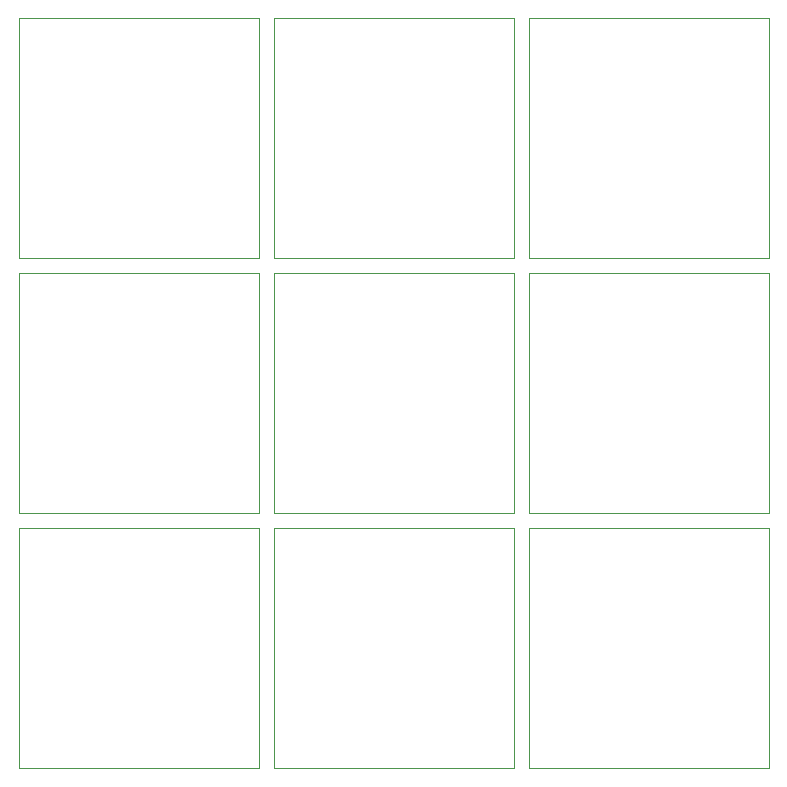
<source format=gko>
G75*
G70*
%OFA0B0*%
%FSLAX25Y25*%
%IPPOS*%
%LPD*%
%AMOC8*
5,1,8,0,0,1.08239X$1,22.5*
%
%ADD37C,0.00000*%
X0010000Y0010000D02*
G75*
%LPD*%
D37*
X0010000Y0010000D02*
X0090000Y0010000D01*
X0090000Y0090000D01*
X0010000Y0090000D01*
X0010000Y0010000D01*
X0010000Y0095000D02*
G75*
%LPD*%
D37*
X0010000Y0095000D02*
X0090000Y0095000D01*
X0090000Y0175000D01*
X0010000Y0175000D01*
X0010000Y0095000D01*
X0010000Y0180000D02*
G75*
%LPD*%
D37*
X0010000Y0180000D02*
X0090000Y0180000D01*
X0090000Y0260000D01*
X0010000Y0260000D01*
X0010000Y0180000D01*
X0095000Y0010000D02*
G75*
%LPD*%
D37*
X0095000Y0010000D02*
X0175000Y0010000D01*
X0175000Y0090000D01*
X0095000Y0090000D01*
X0095000Y0010000D01*
X0095000Y0095000D02*
G75*
%LPD*%
D37*
X0095000Y0095000D02*
X0175000Y0095000D01*
X0175000Y0175000D01*
X0095000Y0175000D01*
X0095000Y0095000D01*
X0095000Y0180000D02*
G75*
%LPD*%
D37*
X0095000Y0180000D02*
X0175000Y0180000D01*
X0175000Y0260000D01*
X0095000Y0260000D01*
X0095000Y0180000D01*
X0180000Y0010000D02*
G75*
%LPD*%
D37*
X0180000Y0010000D02*
X0260000Y0010000D01*
X0260000Y0090000D01*
X0180000Y0090000D01*
X0180000Y0010000D01*
X0180000Y0095000D02*
G75*
%LPD*%
D37*
X0180000Y0095000D02*
X0260000Y0095000D01*
X0260000Y0175000D01*
X0180000Y0175000D01*
X0180000Y0095000D01*
X0180000Y0180000D02*
G75*
%LPD*%
D37*
X0180000Y0180000D02*
X0260000Y0180000D01*
X0260000Y0260000D01*
X0180000Y0260000D01*
X0180000Y0180000D01*
M02*

</source>
